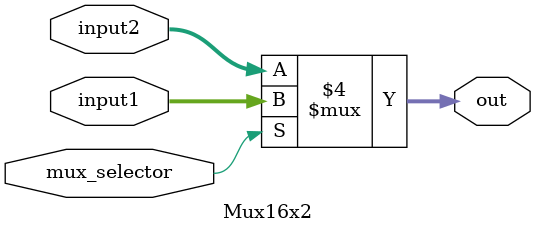
<source format=v>
module Mux16x2 (
	input [15:0] input1, input2,
	input mux_selector,
	output reg [15:0] out
	
);

always @(*) begin 
	if(mux_selector == 1'b1) begin
		 out <= input1;
		 
	end else begin
		 out <= input2 ;
	end
end
endmodule 
</source>
